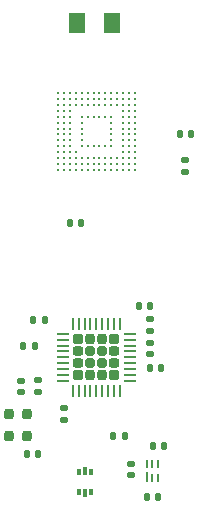
<source format=gtp>
G04 #@! TF.GenerationSoftware,KiCad,Pcbnew,7.0.9*
G04 #@! TF.CreationDate,2023-12-10T17:48:37-07:00*
G04 #@! TF.ProjectId,chrimbus2023,63687269-6d62-4757-9332-3032332e6b69,rev?*
G04 #@! TF.SameCoordinates,Original*
G04 #@! TF.FileFunction,Paste,Top*
G04 #@! TF.FilePolarity,Positive*
%FSLAX46Y46*%
G04 Gerber Fmt 4.6, Leading zero omitted, Abs format (unit mm)*
G04 Created by KiCad (PCBNEW 7.0.9) date 2023-12-10 17:48:37*
%MOMM*%
%LPD*%
G01*
G04 APERTURE LIST*
G04 Aperture macros list*
%AMRoundRect*
0 Rectangle with rounded corners*
0 $1 Rounding radius*
0 $2 $3 $4 $5 $6 $7 $8 $9 X,Y pos of 4 corners*
0 Add a 4 corners polygon primitive as box body*
4,1,4,$2,$3,$4,$5,$6,$7,$8,$9,$2,$3,0*
0 Add four circle primitives for the rounded corners*
1,1,$1+$1,$2,$3*
1,1,$1+$1,$4,$5*
1,1,$1+$1,$6,$7*
1,1,$1+$1,$8,$9*
0 Add four rect primitives between the rounded corners*
20,1,$1+$1,$2,$3,$4,$5,0*
20,1,$1+$1,$4,$5,$6,$7,0*
20,1,$1+$1,$6,$7,$8,$9,0*
20,1,$1+$1,$8,$9,$2,$3,0*%
G04 Aperture macros list end*
%ADD10RoundRect,0.062500X0.475000X-0.062500X0.475000X0.062500X-0.475000X0.062500X-0.475000X-0.062500X0*%
%ADD11RoundRect,0.062500X0.062500X-0.475000X0.062500X0.475000X-0.062500X0.475000X-0.062500X-0.475000X0*%
%ADD12RoundRect,0.201557X0.201556X-0.201556X0.201556X0.201556X-0.201556X0.201556X-0.201556X-0.201556X0*%
%ADD13RoundRect,0.201557X0.221711X-0.201556X0.221711X0.201556X-0.221711X0.201556X-0.221711X-0.201556X0*%
%ADD14RoundRect,0.201557X0.201556X-0.221711X0.201556X0.221711X-0.201556X0.221711X-0.201556X-0.221711X0*%
%ADD15RoundRect,0.211634X0.211634X-0.211634X0.211634X0.211634X-0.211634X0.211634X-0.211634X-0.211634X0*%
%ADD16RoundRect,0.250001X0.462499X0.624999X-0.462499X0.624999X-0.462499X-0.624999X0.462499X-0.624999X0*%
%ADD17C,0.290000*%
%ADD18RoundRect,0.140000X-0.170000X0.140000X-0.170000X-0.140000X0.170000X-0.140000X0.170000X0.140000X0*%
%ADD19R,0.280000X0.750000*%
%ADD20R,0.280000X0.850000*%
%ADD21RoundRect,0.140000X-0.140000X-0.170000X0.140000X-0.170000X0.140000X0.170000X-0.140000X0.170000X0*%
%ADD22R,0.375000X0.500000*%
%ADD23R,0.300000X0.650000*%
%ADD24RoundRect,0.140000X0.140000X0.170000X-0.140000X0.170000X-0.140000X-0.170000X0.140000X-0.170000X0*%
%ADD25RoundRect,0.200000X0.200000X0.250000X-0.200000X0.250000X-0.200000X-0.250000X0.200000X-0.250000X0*%
%ADD26RoundRect,0.135000X-0.185000X0.135000X-0.185000X-0.135000X0.185000X-0.135000X0.185000X0.135000X0*%
%ADD27RoundRect,0.135000X0.135000X0.185000X-0.135000X0.185000X-0.135000X-0.185000X0.135000X-0.185000X0*%
%ADD28RoundRect,0.135000X0.185000X-0.135000X0.185000X0.135000X-0.185000X0.135000X-0.185000X-0.135000X0*%
G04 APERTURE END LIST*
D10*
X71877734Y-132433299D03*
X71877734Y-131933299D03*
X71877734Y-131433299D03*
X71877734Y-130933299D03*
X71877734Y-130433299D03*
X71877734Y-129933299D03*
X71877734Y-129433299D03*
X71877734Y-128933299D03*
X71877734Y-128433299D03*
D11*
X72715234Y-127595799D03*
X73215234Y-127595799D03*
X73715234Y-127595799D03*
X74215234Y-127595799D03*
X74715234Y-127595799D03*
X75215234Y-127595799D03*
X75715234Y-127595799D03*
X76215234Y-127595799D03*
X76715234Y-127595799D03*
D10*
X77552734Y-128433299D03*
X77552734Y-128933299D03*
X77552734Y-129433299D03*
X77552734Y-129933299D03*
X77552734Y-130433299D03*
X77552734Y-130933299D03*
X77552734Y-131433299D03*
X77552734Y-131933299D03*
X77552734Y-132433299D03*
D11*
X76715234Y-133270799D03*
X76215234Y-133270799D03*
X75715234Y-133270799D03*
X75215234Y-133270799D03*
X74715234Y-133270799D03*
X74215234Y-133270799D03*
X73715234Y-133270799D03*
X73215234Y-133270799D03*
X72715234Y-133270799D03*
D12*
X75215234Y-130933299D03*
X74215234Y-129933299D03*
D13*
X76240234Y-129933299D03*
D14*
X75215234Y-131958299D03*
X74215234Y-131958299D03*
D15*
X76240234Y-128908299D03*
D14*
X74215234Y-128908299D03*
D13*
X73190234Y-129933299D03*
D15*
X73190234Y-131958299D03*
D12*
X74215234Y-130933299D03*
D15*
X73190234Y-128908299D03*
D13*
X73190234Y-130933299D03*
X76240234Y-130933299D03*
D14*
X75215234Y-128908299D03*
D12*
X75215234Y-129933299D03*
D15*
X76240234Y-131958299D03*
D16*
X76050634Y-102111499D03*
X73075634Y-102111499D03*
D17*
X77975634Y-108061499D03*
X77975634Y-108561499D03*
X77975634Y-109061499D03*
X77975634Y-109561499D03*
X77975634Y-110061499D03*
X77975634Y-110561499D03*
X77975634Y-111061499D03*
X77975634Y-111561499D03*
X77975634Y-112061499D03*
X77975634Y-112561499D03*
X77975634Y-113061499D03*
X77975634Y-113561499D03*
X77975634Y-114061499D03*
X77975634Y-114561499D03*
X77475634Y-108061499D03*
X77475634Y-108561499D03*
X77475634Y-109061499D03*
X77475634Y-109561499D03*
X77475634Y-110061499D03*
X77475634Y-110561499D03*
X77475634Y-111061499D03*
X77475634Y-111561499D03*
X77475634Y-112061499D03*
X77475634Y-112561499D03*
X77475634Y-113061499D03*
X77475634Y-113561499D03*
X77475634Y-114061499D03*
X77475634Y-114561499D03*
X76975634Y-108061499D03*
X76975634Y-108561499D03*
X76975634Y-109061499D03*
X76975634Y-109561499D03*
X76975634Y-110061499D03*
X76975634Y-110561499D03*
X76975634Y-111061499D03*
X76975634Y-111561499D03*
X76975634Y-112061499D03*
X76975634Y-112561499D03*
X76975634Y-113061499D03*
X76975634Y-113561499D03*
X76975634Y-114061499D03*
X76975634Y-114561499D03*
X76475634Y-108061499D03*
X76475634Y-108561499D03*
X76475634Y-109061499D03*
X76475634Y-113561499D03*
X76475634Y-114061499D03*
X76475634Y-114561499D03*
X75975634Y-108061499D03*
X75975634Y-108561499D03*
X75975634Y-109061499D03*
X75975634Y-110061499D03*
X75975634Y-110561499D03*
X75975634Y-111061499D03*
X75975634Y-111561499D03*
X75975634Y-112061499D03*
X75975634Y-112561499D03*
X75975634Y-113561499D03*
X75975634Y-114061499D03*
X75975634Y-114561499D03*
X75475634Y-108061499D03*
X75475634Y-108561499D03*
X75475634Y-109061499D03*
X75475634Y-110061499D03*
X75475634Y-112561499D03*
X75475634Y-113561499D03*
X75475634Y-114061499D03*
X75475634Y-114561499D03*
X74975634Y-108061499D03*
X74975634Y-108561499D03*
X74975634Y-109061499D03*
X74975634Y-110061499D03*
X74975634Y-112561499D03*
X74975634Y-113561499D03*
X74975634Y-114061499D03*
X74975634Y-114561499D03*
X74475634Y-108061499D03*
X74475634Y-108561499D03*
X74475634Y-109061499D03*
X74475634Y-110061499D03*
X74475634Y-112561499D03*
X74475634Y-113561499D03*
X74475634Y-114061499D03*
X74475634Y-114561499D03*
X73975634Y-108061499D03*
X73975634Y-108561499D03*
X73975634Y-109061499D03*
X73975634Y-110061499D03*
X73975634Y-112561499D03*
X73975634Y-113561499D03*
X73975634Y-114061499D03*
X73975634Y-114561499D03*
X73475634Y-108061499D03*
X73475634Y-108561499D03*
X73475634Y-109061499D03*
X73475634Y-110061499D03*
X73475634Y-110561499D03*
X73475634Y-111061499D03*
X73475634Y-111561499D03*
X73475634Y-112061499D03*
X73475634Y-112561499D03*
X73475634Y-113561499D03*
X73475634Y-114061499D03*
X73475634Y-114561499D03*
X72975634Y-108061499D03*
X72975634Y-108561499D03*
X72975634Y-109061499D03*
X72975634Y-113061499D03*
X72975634Y-113561499D03*
X72975634Y-114061499D03*
X72975634Y-114561499D03*
X72475634Y-108061499D03*
X72475634Y-108561499D03*
X72475634Y-109061499D03*
X72475634Y-109561499D03*
X72475634Y-110061499D03*
X72475634Y-110561499D03*
X72475634Y-111061499D03*
X72475634Y-111561499D03*
X72475634Y-112061499D03*
X72475634Y-112561499D03*
X72475634Y-113061499D03*
X72475634Y-113561499D03*
X72475634Y-114061499D03*
X72475634Y-114561499D03*
X71975634Y-108061499D03*
X71975634Y-108561499D03*
X71975634Y-109061499D03*
X71975634Y-109561499D03*
X71975634Y-110061499D03*
X71975634Y-110561499D03*
X71975634Y-111061499D03*
X71975634Y-111561499D03*
X71975634Y-112061499D03*
X71975634Y-112561499D03*
X71975634Y-113061499D03*
X71975634Y-113561499D03*
X71975634Y-114061499D03*
X71975634Y-114561499D03*
X71475634Y-108061499D03*
X71475634Y-108561499D03*
X71475634Y-109061499D03*
X71475634Y-109561499D03*
X71475634Y-110061499D03*
X71475634Y-110561499D03*
X71475634Y-111061499D03*
X71475634Y-111561499D03*
X71475634Y-112061499D03*
X71475634Y-112561499D03*
X71475634Y-113061499D03*
X71475634Y-113561499D03*
X71475634Y-114061499D03*
X71475634Y-114561499D03*
D18*
X79275634Y-130141499D03*
X79275634Y-129181499D03*
D19*
X78964034Y-139458499D03*
X79464034Y-139458499D03*
X79964034Y-139458499D03*
X79964034Y-140608499D03*
X79464034Y-140608499D03*
D20*
X78964034Y-140558499D03*
D21*
X68815634Y-138611499D03*
X69775634Y-138611499D03*
D22*
X73215634Y-141811499D03*
D23*
X73753134Y-141886499D03*
D22*
X74290634Y-141811499D03*
X74290634Y-140111499D03*
D23*
X73753134Y-140036499D03*
D22*
X73215634Y-140111499D03*
D24*
X82755634Y-111561499D03*
X81795634Y-111561499D03*
D25*
X67359834Y-137123099D03*
X67359834Y-135273099D03*
X68809834Y-135273099D03*
X68809834Y-137123099D03*
D24*
X79255634Y-126061499D03*
X78295634Y-126061499D03*
D18*
X68364234Y-133376099D03*
X68364234Y-132416099D03*
D26*
X71971034Y-134720899D03*
X71971034Y-135740899D03*
D21*
X78984034Y-142268699D03*
X79944034Y-142268699D03*
X79469234Y-137976099D03*
X80429234Y-137976099D03*
D18*
X77686034Y-140437299D03*
X77686034Y-139477299D03*
D27*
X68525634Y-129461499D03*
X69545634Y-129461499D03*
D21*
X72495634Y-119061499D03*
X73455634Y-119061499D03*
D18*
X82225634Y-114711499D03*
X82225634Y-113751499D03*
D21*
X76145634Y-137061499D03*
X77105634Y-137061499D03*
D26*
X69735834Y-132384099D03*
X69735834Y-133404099D03*
D21*
X79215634Y-131311499D03*
X80175634Y-131311499D03*
D27*
X70385634Y-127261499D03*
X69365634Y-127261499D03*
D28*
X79275634Y-128211499D03*
X79275634Y-127191499D03*
M02*

</source>
